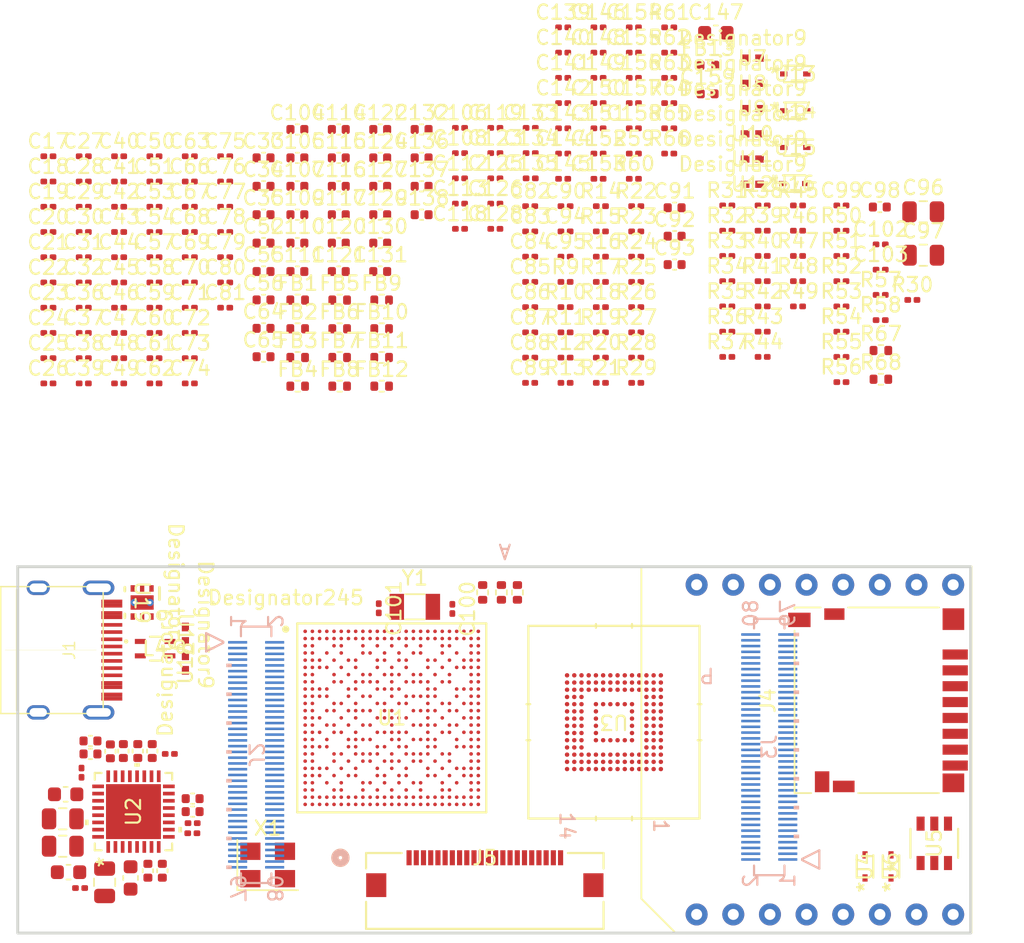
<source format=kicad_pcb>
(kicad_pcb (version 20221018) (generator pcbnew)
  (layers (0 "F.Cu" signal) (31 "B.Cu" signal) (34 "B.Paste" user) (35 "F.Paste" user) (36 "B.SilkS" user "B.Silkscreen") (37 "F.SilkS" user "F.Silkscreen") (38 "B.Mask" user) (39 "F.Mask" user) (44 "Edge.Cuts" user))
  (net 0 "")
  (net 1 "Net-(U2-VDD1P8)")
  (net 2 "VDDA_SYS_MON")
  (net 3 "Net-(U1G-VPP)")
  (net 4 "SD_V_SEL")
  (net 5 "PMIC_LMP_EN0")
  (net 6 "PWR_BTN")
  (net 7 "MCU_PORz")
  (net 8 "EXTINTn")
  (net 9 "WKUP_I2C0_SDA")
  (net 10 "WKUP_I2C0_SCL")
  (net 11 "VDD_3V3_EN")
  (net 12 "RESETSTATz")
  (net 13 "Net-(U1H-CAP_VDDS0)")
  (net 14 "Net-(U1H-CAP_VDDS1)")
  (net 15 "Net-(U1H-CAP_VDDS2)")
  (net 16 "Net-(U1H-CAP_VDDS3)")
  (net 17 "Net-(U1H-CAP_VDDS4)")
  (net 18 "Net-(U1H-CAP_VDDS5)")
  (net 19 "VDD")
  (net 20 "GNDREF")
  (net 22 "Net-(U1H-CAP_VDDS6)")
  (net 23 "Net-(U1G-VDDSHV0-PadF15)")
  (net 24 "Net-(U1H-CAP_VDDS_CANUART)")
  (net 25 "Net-(U1H-CAP_VDDS_MCU)")
  (net 40 "Net-(U1G-VDDSHV1-PadL18)")
  (net 42 "Net-(U1G-VDDSHV3-PadN18)")
  (net 54 "Net-(U1G-VDDSHV2-PadW16)")
  (net 58 "VBUS")
  (net 61 "Net-(U2-LX_B1_1)")
  (net 74 "Net-(U2-LX_B3)")
  (net 76 "Net-(U2-LX_B2)")
  (net 526 "Net-(U5-QOD)")
  (net 527 "Net-(U5-VIN)")
  (net 529 "SD_PWR_EN")
  (net 530 "Net-(J4-VDD)")
  (net 553 "Net-(U18-A)")
  (net 554 "Net-(U17-A)")
  (net 555 "Net-(J1-CC2)")
  (net 556 "Net-(J1-CC1)")
  (net 557 "Net-(R50-Pad2)")
  (net 558 "Net-(C104-Pad1)")
  (net 559 "Net-(C107-Pad1)")
  (net 560 "Net-(C110-Pad1)")
  (net 561 "Net-(C111-Pad1)")
  (net 562 "Net-(C116-Pad1)")
  (net 563 "Net-(C117-Pad1)")
  (net 564 "Net-(C122-Pad1)")
  (net 565 "Net-(C126-Pad1)")
  (net 566 "Net-(C127-Pad1)")
  (net 567 "Net-(C130-Pad1)")
  (net 568 "Net-(C131-Pad1)")
  (net 569 "Net-(C132-Pad1)")
  (net 571 "Net-(C140-Pad2)")
  (net 572 "Net-(C148-Pad2)")
  (net 573 "Net-(C157-Pad1)")
  (net 575 "DDR_CLKP")
  (net 576 "DDR_CLKN")
  (net 577 "DDR_TEN")
  (net 578 "DDR_ALERTn")
  (net 579 "DDR_CKE")
  (net 580 "DDR_RESET#")
  (net 815 "Net-(U1D-WKUP_LFOSC0_XO)")
  (net 816 "Net-(U1D-WKUP_LFOSC0_XI)")
  (footprint "Capacitor_SMD:C_0201_0603Metric" (layer "F.Cu") (at 144.645 62.31849)
    (fp_text reference "C95")
    (fp_text value "100nF")
  )
  (footprint "Resistor_SMD:R_0201_0603Metric" (layer "F.Cu") (at 118.8 101.6 180)
    (fp_text reference "R4" hide)
    (fp_text value "10K" hide)
  )
  (footprint "Capacitor_SMD:C_0201_0603Metric" (layer "F.Cu") (at 149.38 49.92)
    (fp_text reference "C156")
    (fp_text value "100nF")
  )
  (footprint "Resistor_SMD:R_0201_0603Metric" (layer "F.Cu") (at 158.305 60.51849)
    (fp_text reference "R39")
    (fp_text value "10K")
  )
  (footprint "Resistor_SMD:R_0402_1005Metric" (layer "F.Cu") (at 140.2 85.6 90)
    (fp_text reference "R1" hide)
    (fp_text value "100K" hide)
  )
  (footprint "Capacitor_SMD:C_0201_0603Metric" (layer "F.Cu") (at 116.1555 71.10781)
    (fp_text reference "C62")
    (fp_text value "100nF")
  )
  (footprint "Capacitor_SMD:C_0201_0603Metric" (layer "F.Cu") (at 111.2555 69.35781)
    (fp_text reference "C38")
    (fp_text value "100nF")
  )
  (footprint "Capacitor_SMD:C_0402_1005Metric" (layer "F.Cu") (at 126.06 55.47)
    (fp_text reference "C105")
    (fp_text value "4.7uF")
  )
  (footprint "Resistor_SMD:R_0201_0603Metric" (layer "F.Cu") (at 149.545 60.56849)
    (fp_text reference "R23")
    (fp_text value "10K")
  )
  (footprint "TPD1E10B09DPYR:DPY0002A" (layer "F.Cu") (at 157.59 57.300008)
    (fp_text reference "U12")
    (fp_text value "TPD1E10B09DPYR")
  )
  (footprint "Capacitor_SMD:C_0201_0603Metric" (layer "F.Cu") (at 113.7055 71.10781)
    (fp_text reference "C49")
    (fp_text value "100nF")
  )
  (footprint "Capacitor_SMD:C_0402_1005Metric" (layer "F.Cu") (at 131.8 55.47)
    (fp_text reference "C124")
    (fp_text value "10nF")
  )
  (footprint "Capacitor_SMD:C_0402_1005Metric" (layer "F.Cu") (at 115.7 104.9 -90)
    (fp_text reference "C1" hide)
    (fp_text value "2.2uF" hide)
  )
  (footprint "Capacitor_SMD:C_0201_0603Metric" (layer "F.Cu") (at 111.2555 58.85781)
    (fp_text reference "C29")
    (fp_text value "100nF")
  )
  (footprint "Resistor_SMD:R_0201_0603Metric" (layer "F.Cu") (at 160.755 58.76849)
    (fp_text reference "R45")
    (fp_text value "10K")
  )
  (footprint "Resistor_SMD:R_0201_0603Metric" (layer "F.Cu") (at 163.765 60.51849)
    (fp_text reference "R50")
    (fp_text value "10K")
  )
  (footprint "Resistor_SMD:R_0402_1005Metric" (layer "F.Cu") (at 128.99 65.33)
    (fp_text reference "FB5")
    (fp_text value "120R 1.3A")
  )
  (footprint "Capacitor_SMD:C_0201_0603Metric" (layer "F.Cu") (at 142.23 53.39)
    (fp_text reference "C133")
    (fp_text value "100nF")
  )
  (footprint "Resistor_SMD:R_0201_0603Metric" (layer "F.Cu") (at 163.765 62.26849)
    (fp_text reference "R51")
    (fp_text value "20K")
  )
  (footprint "Capacitor_SMD:C_0201_0603Metric" (layer "F.Cu") (at 111.2555 57.10781)
    (fp_text reference "C28")
    (fp_text value "100nF")
  )
  (footprint "RB520S30T1G:SOD-523_0P9X1P3_ONS" (layer "F.Cu") (at 160.564202 54.748494)
    (fp_text reference "U15")
    (fp_text value "RB520S30T1G")
  )
  (footprint "Resistor_SMD:R_0402_1005Metric" (layer "F.Cu") (at 138.9 85.6 90)
    (fp_text reference "R3" hide)
    (fp_text value "100K" hide)
  )
  (footprint "Capacitor_SMD:C_0201_0603Metric" (layer "F.Cu") (at 108.8055 69.35781)
    (fp_text reference "C25")
    (fp_text value "100nF")
  )
  (footprint "Capacitor_SMD:C_0201_0603Metric" (layer "F.Cu") (at 144.645 58.81849)
    (fp_text reference "C90")
    (fp_text value "100nF")
  )
  (footprint "Capacitor_SMD:C_0201_0603Metric" (layer "F.Cu") (at 146.93 49.92)
    (fp_text reference "C149")
    (fp_text value "100nF")
  )
  (footprint "Resistor_SMD:R_0201_0603Metric" (layer "F.Cu") (at 149.545 71.06849)
    (fp_text reference "R29")
    (fp_text value "470K")
  )
  (footprint "Capacitor_SMD:C_0402_1005Metric" (layer "F.Cu") (at 123.7155 67.28781)
    (fp_text reference "C64")
    (fp_text value "10uF")
  )
  (footprint "Capacitor_SMD:C_0402_1005Metric" (layer "F.Cu") (at 111.72 95.9 180)
    (fp_text reference "C8" hide)
    (fp_text value "2.2uF" hide)
  )
  (footprint "Resistor_SMD:R_0201_0603Metric" (layer "F.Cu") (at 144.645 69.31849)
    (fp_text reference "R12")
    (fp_text value "47K")
  )
  (footprint "Resistor_SMD:R_0201_0603Metric" (layer "F.Cu") (at 168.68 65.31849)
    (fp_text reference "R30")
    (fp_text value "10K")
  )
  (footprint "Resistor_SMD:R_0201_0603Metric" (layer "F.Cu") (at 155.855 58.76849)
    (fp_text reference "R31")
    (fp_text value "10K")
  )
  (footprint "Capacitor_SMD:C_0402_1005Metric" (layer "F.Cu") (at 118.8 99.9)
    (fp_text reference "C7" hide)
    (fp_text value "2.2uF" hide)
  )
  (footprint "Capacitor_SMD:C_0201_0603Metric" (layer "F.Cu") (at 116.1555 62.35781)
    (fp_text reference "C57")
    (fp_text value "1uF")
  )
  (footprint "Resistor_SMD:R_0201_0603Metric" (layer "F.Cu") (at 158.305 67.51849)
    (fp_text reference "R43")
    (fp_text value "10K")
  )
  (footprint "Resistor_SMD:R_0201_0603Metric" (layer "F.Cu") (at 155.855 65.76849)
    (fp_text reference "R35")
    (fp_text value "10K")
  )
  (footprint "Resistor_SMD:R_0201_0603Metric" (layer "F.Cu") (at 155.855 69.26849)
    (fp_text reference "R37")
    (fp_text value "10K")
  )
  (footprint "Resistor_SMD:R_0201_0603Metric" (layer "F.Cu") (at 147.095 64.06849)
    (fp_text reference "R17")
    (fp_text value "47K")
  )
  (footprint "Capacitor_SMD:C_0201_0603Metric" (layer "F.Cu") (at 113.7055 57.10781)
    (fp_text reference "C41")
    (fp_text value "100nF")
  )
  (footprint "Resistor_SMD:R_0201_0603Metric" (layer "F.Cu") (at 149.545 69.31849)
    (fp_text reference "R28")
    (fp_text value "0R")
  )
  (footprint "Capacitor_SMD:C_0201_0603Metric" (layer "F.Cu") (at 116.1555 64.10781)
    (fp_text reference "C58")
    (fp_text value "100nF")
  )
  (footprint "Capacitor_SMD:C_0201_0603Metric" (layer "F.Cu") (at 118.6055 69.35781)
    (fp_text reference "C73")
    (fp_text value "1uF")
  )
  (footprint "Capacitor_SMD:C_0201_0603Metric" (layer "F.Cu") (at 118.6055 60.60781)
    (fp_text reference "C68")
    (fp_text value "100nF")
  )
  (footprint "Capacitor_SMD:C_0201_0603Metric" (layer "F.Cu") (at 146.93 51.67)
    (fp_text reference "C150")
    (fp_text value "100nF")
  )
  (footprint "Capacitor_SMD:C_0201_0603Metric" (layer "F.Cu") (at 108.8055 55.35781)
    (fp_text reference "C17")
    (fp_text value "100nF")
  )
  (footprint "Capacitor_SMD:C_0201_0603Metric" (layer "F.Cu") (at 144.48 48.17)
    (fp_text reference "C140")
    (fp_text value "100nF")
  )
  (footprint "Capacitor_SMD:C_0201_0603Metric" (layer "F.Cu") (at 113.7055 55.35781)
    (fp_text reference "C40")
    (fp_text value "100nF")
  )
  (footprint "Capacitor_SMD:C_0201_0603Metric" (layer "F.Cu") (at 111.2555 64.10781)
    (fp_text reference "C32")
    (fp_text value "1uF")
  )
  (footprint "Resistor_SMD:R_0402_1005Metric" (layer "F.Cu") (at 126.08 71.3)
    (fp_text reference "FB4")
    (fp_text value "120R 1.3A")
  )
  (footprint "Capacitor_SMD:C_0402_1005Metric" (layer "F.Cu") (at 152.205 60.89849)
    (fp_text reference "C92")
    (fp_text value "4.7uF")
  )
  (footprint "Capacitor_SMD:C_0402_1005Metric" (layer "F.Cu") (at 134.67 55.47)
    (fp_text reference "C136")
    (fp_text value "10nF")
  )
  (footprint "RB520S30T1G:SOD-523_0P9X1P3_ONS" (layer "F.Cu") (at 160.564202 52.199094)
    (fp_text reference "U14")
    (fp_text value "RB520S30T1G")
  )
  (footprint "Capacitor_SMD:C_0201_0603Metric" (layer "F.Cu") (at 137.33 56.89)
    (fp_text reference "C112")
    (fp_text value "100nF")
  )
  (footprint "Capacitor_SMD:C_0201_0603Metric" (layer "F.Cu") (at 142.195 62.31849)
    (fp_text reference "C84")
    (fp_text value "100nF")
  )
  (footprint "Capacitor_SMD:C_0201_0603Metric" (layer "F.Cu") (at 142.195 65.81849)
    (fp_text reference "C86")
    (fp_text value "100nF")
  )
  (footprint "Capacitor_SMD:C_0201_0603Metric" (layer "F.Cu") (at 113.7055 65.85781)
    (fp_text reference "C46")
    (fp_text value "100nF")
  )
  (footprint "Capacitor_SMD:C_0201_0603Metric" (layer "F.Cu") (at 111.2555 71.10781)
    (fp_text reference "C39")
    (fp_text value "100nF")
  )
  (footprint "Capacitor_SMD:C_0201_0603Metric" (layer "F.Cu") (at 144.645 60.56849)
    (fp_text reference "C94")
    (fp_text value "100nF")
  )
  (footprint "Capacitor_SMD:C_0402_1005Metric" (layer "F.Cu") (at 134.67 53.5)
    (fp_text reference "C132")
    (fp_text value "4.7uF")
  )
  (footprint "Capacitor_SMD:C_0402_1005Metric" (layer "F.Cu") (at 128.93 55.47)
    (fp_text reference "C115")
    (fp_text value "10nF")
  )
  (footprint "Capacitor_SMD:C_0201_0603Metric" (layer "F.Cu") (at 116.1555 67.60781)
    (fp_text reference "C60")
    (fp_text value "100nF")
  )
  (footprint "Capacitor_SMD:C_0201_0603Metric" (layer "F.Cu") (at 108.8055 57.10781)
    (fp_text reference "C18")
    (fp_text value "100nF")
  )
  (footprint "TiEmber:VQFN32_RHB_TEX" (layer "F.Cu") (at 114.7 100.8 90)
    (fp_text reference "U2")
    (fp_text value "TPS6521901RHBR" hide)
  )
  (footprint "Resistor_SMD:R_0201_0603Metric" (layer "F.Cu") (at 144.645 67.56849)
    (fp_text reference "R11")
    (fp_text value "47K")
  )
  (footprint "Capacitor_SMD:C_0201_0603Metric" (layer "F.Cu") (at 111.2555 67.60781)
    (fp_text reference "C37")
    (fp_text value "100nF")
  )
  (footprint "Capacitor_SMD:C_0402_1005Metric" (layer "F.Cu") (at 152.205 62.86849)
    (fp_text reference "C93")
    (fp_text value "4.7uF")
  )
  (footprint "Resistor_SMD:R_0201_0603Metric" (layer "F.Cu") (at 147.095 62.31849)
    (fp_text reference "R16")
    (fp_text value "47K")
  )
  (footprint "Resistor_SMD:R_0402_1005Metric" (layer "F.Cu") (at 128.99 67.32)
    (fp_text reference "FB6")
    (fp_text value "120R 1.3A")
  )
  (footprint "TPS22918DBVR:DBV6_TEX" (layer "F.Cu") (at 170.2 103 90)
    (fp_text reference "U5")
    (fp_text value "TPS22918DBVR")
  )
  (footprint "Capacitor_SMD:C_0201_0603Metric" (layer "F.Cu") (at 116.1555 58.85781)
    (fp_text reference "C53")
    (fp_text value "1uF")
  )
  (footprint "Resistor_SMD:R_0201_0603Metric" (layer "F.Cu") (at 163.765 71.01849)
    (fp_text reference "R56")
    (fp_text value "499R")
  )
  (footprint "Capacitor_SMD:C_0201_0603Metric" (layer "F.Cu") (at 142.195 69.31849)
    (fp_text reference "C88")
    (fp_text value "100nF")
  )
  (footprint "Resistor_SMD:R_0201_0603Metric" (layer "F.Cu") (at 151.83 48.17)
    (fp_text reference "R62")
    (fp_text value "33R")
  )
  (footprint "Capacitor_SMD:C_0201_0603Metric" (layer "F.Cu") (at 166.485 61.46849)
    (fp_text reference "C102")
    (fp_text value "8pF")
  )
  (footprint "Capacitor_SMD:C_0201_0603Metric" (layer "F.Cu") (at 113.7055 64.10781)
    (fp_text reference "C45")
    (fp_text value "100nF")
  )
  (footprint "TPD1E10B09DPYR:DPY0002A" (layer "F.Cu") (at 157.59 52.049996)
    (fp_text reference "U9")
    (fp_text value "TPD1E10B09DPYR")
  )
  (footprint "Resistor_SMD:R_0201_0603Metric" (layer "F.Cu") (at 147.095 71.06849)
    (fp_text reference "R21")
    (fp_text value "47K")
  )
  (footprint "Capacitor_SMD:C_0402_1005Metric" (layer "F.Cu") (at 111.72 96.8 180)
    (fp_text reference "C4" hide)
    (fp_text value "2.2uF" hide)
  )
  (footprint "footprints:VFBGA153_ISI-M" (layer "F.Cu") (at 148 94.6 180)
    (fp_text reference "U3")
    (fp_text value "IS21ES08G-JCLI")
  )
  (footprint "Connector_Card:microSD_HC_Hirose_DM3D-SF" (layer "F.Cu") (at 166.3 93.08 90)
    (fp_text reference "J4")
    (fp_text value "Micro_SD_Card_Det2" hide)
  )
  (footprint "Capacitor_SMD:C_0402_1005Metric" (layer "F.Cu") (at 154.49 51.03)
    (fp_text reference "C159")
    (fp_text value "2.2uF")
  )
  (footprint "Capacitor_SMD:C_0201_0603Metric" (layer "F.Cu") (at 118.6055 58.85781)
    (fp_text reference "C67")
    (fp_text value "100nF")
  )
  (footprint "PICSI:CONN_54548-2271_MOL" (layer "F.Cu") (at 139.050001 106.3019)
    (fp_text reference "J5")
    (fp_text value "22pin CSI")
  )
  (footprint "Resistor_SMD:R_0201_0603Metric" (layer "F.Cu") (at 163.765 69.26849)
    (fp_text reference "R55")
    (fp_text value "5.1K")
  )
  (footprint "Capacitor_SMD:C_0402_1005Metric" (layer "F.Cu") (at 123.7155 61.37781)
    (fp_text reference "C52")
    (fp_text value "4.7uF")
  )
  (footprint "RB520S30T1G:SOD-523_0P9X1P3_ONS" (layer "F.Cu") (at 167.2 104.6 90)
    (fp_text reference "U6")
    (fp_text value "RB520S30T1G")
  )
  (footprint "Capacitor_SMD:C_0603_1608Metric" (layer "F.Cu") (at 110 99.6 180)
    (fp_text reference "C9" hide)
    (fp_text value "10uF" hide)
  )
  (footprint "Resistor_SMD:R_0201_0603Metric" (layer "F.Cu") (at 166.485 64.96849)
    (fp_text reference "R57")
    (fp_text value "10K")
  )
  (footprint "Capacitor_SMD:C_0402_1005Metric" (layer "F.Cu") (at 126.06 59.41)
    (fp_text reference "C109")
    (fp_text value "10nF")
  )
  (footprint "Capacitor_SMD:C_0201_0603Metric" (layer "F.Cu") (at 108.8055 64.10781)
    (fp_text reference "C22")
    (fp_text value "100nF")
  )
  (footprint "Capacitor_SMD:C_0402_1005Metric" (layer "F.Cu") (at 126.06 61.38)
    (fp_text reference "C110")
    (fp_text value "4.7uF")
  )
  (footprint "Crystal:Crystal_SMD_3215-2Pin_3.2x1.5mm" (layer "F.Cu") (at 134.2 86.6)
    (fp_text reference "Y1")
    (fp_text value "32.768kHz")
  )
  (footprint "Resistor_SMD:R_0402_1005Metric" (layer "F.Cu") (at 166.5 70.81849)
    (fp_text reference "R68")
    (fp_text value "2.2K")
  )
  (footprint "Resistor_SMD:R_0201_0603Metric" (layer "F.Cu") (at 147.095 60.56849)
    (fp_text reference "R15")
    (fp_text value "47K")
  )
  (footprint "Capacitor_SMD:C_0201_0603Metric" (layer "F.Cu") (at 118.6055 67.60781)
    (fp_text reference "C72")
    (fp_text value "100nF")
  )
  (footprint "Capacitor_SMD:C_0201_0603Metric" (layer "F.Cu") (at 139.78 55.14)
    (fp_text reference "C123")
    (fp_text value "100nF")
  )
  (footprint "Capacitor_SMD:C_0201_0603Metric" (layer "F.Cu") (at 113.7055 69.35781)
    (fp_text reference "C48")
    (fp_text value "100nF")
  )
  (footprint "Resistor_SMD:R_0201_0603Metric" (layer "F.Cu") (at 158.305 64.01849)
    (fp_text reference "R41")
    (fp_text value "10K")
  )
  (footprint "Resistor_SMD:R_0201_0603Metric" (layer "F.Cu") (at 149.545 65.81849)
    (fp_text reference "R26")
    (fp_text value "10K")
  )
  (footprint "Capacitor_SMD:C_0603_1608Metric" (layer "F.Cu") (at 155.06 46.8)
    (fp_text reference "C147")
    (fp_text value "22uF")
  )
  (footprint "Capacitor_SMD:C_0201_0603Metric" (layer "F.Cu") (at 139.78 56.89)
    (fp_text reference "C125")
    (fp_text value "100nF")
  )
  (footprint "Capacitor_SMD:C_0201_0603Metric" (layer "F.Cu") (at 142.19 71.06849)
    (fp_text reference "C89")
    (fp_text value "100nF")
  )
  (footprint "Capacitor_SMD:C_0201_0603Metric" (layer "F.Cu") (at 108.8055 58.85781)
    (fp_text reference "C19")
    (fp_text value "100nF")
  )
  (footprint "Capacitor_SMD:C_0201_0603Metric" (layer "F.Cu") (at 146.93 46.42)
    (fp_text reference "C146")
    (fp_text value "100nF")
  )
  (footprint "Capacitor_SMD:C_0201_0603Metric" (layer "F.Cu") (at 121.0555 64.10781)
    (fp_text reference "C80")
    (fp_text value "1uF")
  )
  (footprint "Resistor_SMD:R_0402_1005Metric" (layer "F.Cu") (at 126.08 65.33)
    (fp_text reference "FB1")
    (fp_text value "120R 1.3A")
  )
  (footprint "Capacitor_SMD:C_0402_1005Metric" (layer "F.Cu") (at 123.7155 57.43781)
    (fp_text reference "C34")
    (fp_text value "10uF")
  )
  (footprint "Resistor_SMD:R_0402_1005Metric" (layer "F.Cu") (at 131.9 67.32)
    (fp_text reference "FB10")
    (fp_text value "120R 1.3A")
  )
  (footprint "Capacitor_SMD:C_0805_2012Metric" (layer "F.Cu") (at 169.435 59.20849)
    (fp_text reference "C96")
    (fp_text value "22uF")
  )
  (footprint "Capacitor_SMD:C_0201_0603Metric" (layer "F.Cu") (at 144.48 46.42)
    (fp_text reference "C139")
    (fp_text value "100nF")
  )
  (footprint "Capacitor_SMD:C_0402_1005Metric" (layer "F.Cu") (at 128.93 59.41)
    (fp_text reference "C117")
    (fp_text value "4.7uF")
  )
  (footprint "Capacitor_SMD:C_0402_1005Metric" (layer "F.Cu") (at 131.8 61.38)
    (fp_text reference "C130")
    (fp_text value "4.7uF")
  )
  (footprint "Resistor_SMD:R_0201_0603Metric" (layer "F.Cu") (at 149.545 58.81849)
    (fp_text reference "R22")
    (fp_text value "47K")
  )
  (footprint "Capacitor_SMD:C_0201_0603Metric" (layer "F.Cu") (at 118.6055 62.35781)
    (fp_text reference "C69")
    (fp_text value "100nF")
  )
  (footprint "Resistor_SMD:R_0201_0603Metric" (layer "F.Cu") (at 163.765 65.76849)
    (fp_text reference "R53")
    (fp_text value "499R")
  )
  (footprint "Resistor_SMD:R_0201_0603Metric" (layer "F.Cu") (at 111 106.1)
    (fp_text reference "R5" hide)
    (fp_text value "10K" hide)
  )
  (footprint "Capacitor_SMD:C_0201_0603Metric" (layer "F.Cu") (at 142.195 64.06849)
    (fp_text reference "C85")
    (fp_text value "100nF")
  )
  (footprint "Resistor_SMD:R_0402_1005Metric" (layer "F.Cu") (at 128.99 69.31)
    (fp_text reference "FB7")
    (fp_text value "120R 1.3A")
  )
  (footprint "Resistor_SMD:R_0201_0603Metric" (layer "F.Cu") (at 151.83 55.17)
    (fp_text reference "R66")
    (fp_text value "DNP")
  )
  (footprint "Resistor_SMD:R_0201_0603Metric" (layer "F.Cu") (at 158.305 58.76849)
    (fp_text reference "R38")
    (fp_text value "10K")
  )
  (footprint "Capacitor_SMD:C_0201_0603Metric" (layer "F.Cu") (at 118.6055 71.10781)
    (fp_text reference "C74")
    (fp_text value "1uF")
  )
  (footprint "Capacitor_SMD:C_0201_0603Metric" (layer "F.Cu") (at 149.38 53.42)
    (fp_text reference "C158")
    (fp_text value "100nF")
  )
  (footprint "Resistor_SMD:R_0201_0603Metric" (layer "F.Cu") (at 166.485 66.71849)
    (fp_text reference "R58")
    (fp_text value "10K")
  )
  (footprint "TPD1E10B09DPYR:DPY0002A" (layer "F.Cu") (at 157.59 50.299992)
    (fp_text reference "U8")
    (fp_text value "TPD1E10B09DPYR")
  )
  (footprint "Capacitor_SMD:C_0402_1005Metric" (layer "F.Cu") (at 134.67 57.44)
    (fp_text reference "C137")
    (fp_text value "10nF")
  )
  (footprint "Capacitor_SMD:C_0201_0603Metric" (layer "F.Cu") (at 116.1555 69.35781)
    (fp_text reference "C61")
    (fp_text value "100nF")
  )
  (footprint "DLW21SN900HQ2L:IND_DLW21S_0805_MUR" (layer "F.Cu") (at 116.2 89.5)
    (fp_text reference "L4")
    (fp_text value "DLW21SN900HQ2L")
  )
  (footprint "Capacitor_SMD:C_0402_1005Metric" (layer "F.Cu") (at 123.7155 59.40781)
    (fp_text reference "C35")
    (fp_text value "4.7uF")
  )
  (footprint "Capacitor_SMD:C_0603_1608Metric" (layer "F.Cu") (at 110.2 105 180)
    (fp_text reference "C6" hide)
    (fp_text value "10uF" hide)
  )
  (footprint "Capacitor_SMD:C_0402_1005Metric" (layer "F.Cu") (at 131.8 63.35)
    (fp_text reference "C131")
    (fp_text value "4.7uF")
  )
  (footprint "Capacitor_SMD:C_0201_0603Metric" (layer "F.Cu") (at 121.0555 60.60781)
    (fp_text reference "C78")
    (fp_text value "1uF")
  )
  (footprint "Resistor_SMD:R_0201_0603Metric" (layer "F.Cu") (at 163.765 67.51849)
    (fp_text reference "R54")
    (fp_text value "5.1K")
  )
  (footprint "Capacitor_SMD:C_0201_0603Metric" (layer "F.Cu") (at 146.93 55.17)
    (fp_text reference "C152")
    (fp_text value "100nF")
  )
  (footprint "Capacitor_SMD:C_0201_0603Metric" (layer "F.Cu") (at 137.33 55.14)
    (fp_text reference "C108")
    (fp_text value "100nF")
  )
  (footprint "TiEmber:ALW0425A-MFG" (layer "F.Cu") (at 132.600001 94.3)
    (fp_text reference "U1")
    (fp_text value "XAM6254ATCGGAALW")
  )
  (footprint "Resistor_SMD:R_0402_1005Metric" (layer "F.Cu") (at 166.5 68.82849)
    (fp_text reference "R67")
    (fp_text value "DNP")
  )
  (footprint "TPD1E10B09DPYR:DPY0002A" (layer "F.Cu") (at 118.3 88.499999 -90)
    (fp_text reference "U17")
    (fp_text value "TPD1E10B09DPYR")
  )
  (footprint "Resistor_SMD:R_0201_0603Metric" (layer "F.Cu") (at 144.645 64.06849)
    (fp_text reference "R9")
    (fp_text value "47K")
  )
  (footprint "Capacitor_SMD:C_0201_0603Metric" (layer "F.Cu") (at 111.2555 62.35781)
    (fp_text reference "C31")
    (fp_text value "100nF")
  )
  (footprint "TVS0500DRVR:DRV0006A" (layer "F.Cu") (at 115.3 86.3 -90)
    (fp_text reference "U19")
    (fp_text value "TVS0500DRVR")
  )
  (footprint "Capacitor_SMD:C_0402_1005Metric" (layer "F.Cu") (at 128.93 61.38)
    (fp_text reference "C120")
    (fp_text value "10nF")
  )
  (footprint "MkroBUS:MkroBUS TH" (layer "F.Cu") (at 149.9 83.8 -90)
    (fp_text reference "J6" hide)
    (fp_text value "MikroBUS_TH")
  )
  (footprint "Resistor_SMD:R_0201_0603Metric" (layer "F.Cu") (at 147.095 69.31849)
    (fp_text reference "R20")
    (fp_text value "0R")
  )
  (footprint "Capacitor_SMD:C_0402_1005Metric" (layer "F.Cu") (at 113.1 96.62 90)
    (fp_text reference "C16" hide)
    (fp_text value "2.2uF" hide)
  )
  (footprint "Resistor_SMD:R_0201_0603Metric" (layer "F.Cu") (at 160.755 64.01849)
    (fp_text reference "R48")
    (fp_text value "1K")
  )
  (footprint "Resistor_SMD:R_0402_1005Metric" (layer "F.Cu") (at 128.99 71.3)
    (fp_text reference "FB8")
    (fp_text value "120R 1.3A")
  )
  (footprint "RB520S30T1G:SOD-523_0P9X1P3_ONS" (layer "F.Cu") (at 160.564202 49.649694)
    (fp_text reference "U13")
    (fp_text value "RB520S30T1G")
  )
  (footprint "Resistor_SMD:R_0201_0603Metric" (layer "F.Cu") (at 151.83 53.42)
    (fp_text reference "R65")
    (fp_text value "1K")
  )
  (footprint "Resistor_SMD:R_0201_0603Metric" (layer "F.Cu") (at 147.095 58.81849)
    (fp_text reference "R14")
    (fp_text value "47K")
  )
  (footprint "Oscillator:Oscillator_SMD_SeikoEpson_SG8002CE-4Pin_3.2x2.5mm" (layer "F.Cu") (at 124 104.5)
    (fp_text reference "X1")
    (fp_text value "25Mhz")
  )
  (footprint "Capacitor_SMD:C_0201_0603Metric" (layer "F.Cu") (at 142.23 56.89)
    (fp_text reference "C135")
    (fp_text value "100nF")
  )
  (footprint "Resistor_SMD:R_0201_0603Metric" (layer "F.Cu") (at 117.22 96.8 180)
    (fp_text reference "R7" hide)
    (fp_text value "10K" hide)
  )
  (footprint "Capacitor_SMD:C_0201_0603Metric" (layer "F.Cu") (at 139.78 53.39)
    (fp_text reference "C119")
    (fp_text value "100nF")
  )
  (footprint "Capacitor_SMD:C_0201_0603Metric" (layer "F.Cu") (at 116.1555 57.10781)
    (fp_text reference "C51")
    (fp_text value "100nF")
  )
  (footprint "Capacitor_SMD:C_0201_0603Metric" (layer "F.Cu") (at 144.48 55.17)
    (fp_text reference "C144")
    (fp_text value "100nF")
  )
  (footprint "Capacitor_SMD:C_0402_1005Metric" (layer "F.Cu") (at 131.8 57.44)
    (fp_text reference "C127")
    (fp_text value "4.7uF")
  )
  (footprint "Capacitor_SMD:C_0805_2012Metric" (layer "F.Cu") (at 109.8 101.3 180)
    (fp_text reference "C15" hide)
    (fp_text value "47uF" hide)
  )
  (footprint "Capacitor_SMD:C_0402_1005Metric" (layer "F.Cu") (at 128.93 53.5)
    (fp_text reference "C114")
    (fp_text value "10nF")
  )
  (footprint "Resistor_SMD:R_0201_0603Metric" (layer "F.Cu") (at 163.765 64.01849)
    (fp_text reference "R52")
    (fp_text value "499R")
  )
  (footprint "Capacitor_SMD:C_0201_0603Metric" (layer "F.Cu") (at 144.48 49.92)
    (fp_text reference "C141")
    (fp_text value "100nF")
  )
  (footprint "Capacitor_SMD:C_0402_1005Metric" (layer "F.Cu") (at 118.8 100.8)
    (fp_text reference "C3" hide)
    (fp_text value "2.2uF" hide)
  )
  (footprint "Capacitor_SMD:C_0201_0603Metric" (layer "F.Cu") (at 137.33 58.64)
    (fp_text reference "C113")
    (fp_text value "100nF")
  )
  (footprint "Capacitor_SMD:C_0201_0603Metric" (layer "F.Cu") (at 121.0555 57.10781)
    (fp_text reference "C76")
    (fp_text value "1uF")
  )
  (footprint "Capacitor_SMD:C_0402_1005Metric" (layer "F.Cu") (at 123.7155 63.34781)
    (fp_text reference "C55")
    (fp_text value "10uF")
  )
  (footprint "Capacitor_SMD:C_0201_0603Metric" (layer "F.Cu") (at 139.78 60.39)
    (fp_text reference "C128")
    (fp_text value "100nF")
  )
  (footprint "Capacitor_SMD:C_0201_0603Metric" (layer "F.Cu") (at 116.1555 55.35781)
    (fp_text reference "C50")
    (fp_text value "100nF")
  )
  (footprint "Capacitor_SMD:C_0201_0603Metric" (layer "F.Cu") (at 108.8055 62.35781)
    (fp_text reference "C21")
    (fp_text value "100nF")
  )
  (footprint "Capacitor_SMD:C_0201_0603Metric" (layer "F.Cu") (at 137.33 53.39)
    (fp_text reference "C106")
    (fp_text value "100nF")
  )
  (footprint "Capacitor_SMD:C_0402_1005Metric" (layer "F.Cu") (at 115 96.6 90)
    (fp_text reference "C2" hide)
    (fp_text value "2.2uF" hide)
  )
  (footprint "Capacitor_SMD:C_0402_1005Metric" (layer "F.Cu") (at 123.7155 65.31781)
    (fp_text reference "C56")
    (fp_text value "4.7uF")
  )
  (footprint "Capacitor_SMD:C_0201_0603Metric" (layer "F.Cu") (at 144.48 53.42)
    (fp_text reference "C143")
    (fp_text value "100nF")
  )
  (footprint "Resistor_SMD:R_0402_1005Metric" (layer "F.Cu") (at 141.31 85.6 90)
    (fp_text reference "R2" hide)
    (fp_text value "15K" hide)
  )
  (footprint "Capacitor_SMD:C_0402_1005Metric" (layer "F.Cu") (at 123.7155 55.46781)
    (fp_text reference "C33")
    (fp_text value "4.7uF")
  )
  (footprint "Capacitor_SMD:C_0402_1005Metric" (layer "F.Cu") (at 126.06 57.44)
    (fp_text reference "C107")
    (fp_text value "4.7uF")
  )
  (footprint "Capacitor_SMD:C_0201_0603Metric" (layer "F.Cu") (at 121.0555 58.85781)
    (fp_text reference "C77")
    (fp_text value "1uF")
  )
  (footprint "Resistor_SMD:R_0201_0603Metric" (layer "F.Cu") (at 118.78 102.3 180)
    (fp_text reference "R8" hide)
    (fp_text value "10K" hide)
  )
  (footprint "Capacitor_SMD:C_0201_0603Metric" (layer "F.Cu") (at 113.7055 60.60781)
    (fp_text reference "C43")
    (fp_text value "100nF")
  )
  (footprint "Capacitor_SMD:C_0201_0603Metric" (layer "F.Cu") (at 144.48 56.92)
    (fp_text reference "C145")
    (fp_text value "100nF")
  )
  (footprint "Capacitor_SMD:C_0201_0603Metric" (layer "F.Cu") (at 149.38 51.67)
    (fp_text reference "C157")
    (fp_text value "100nF")
  )
  (footprint "Resistor_SMD:R_0201_0603Metric" (layer "F.Cu") (at 155.855 62.26849)
    (fp_text reference "R33")
    (fp_text value "10K")
  )
  (footprint "Capacitor_SMD:C_0402_1005Metric" (layer "F.Cu") (at 126.06 63.35)
    (fp_text reference "C111")
    (fp_text value "4.7uF")
  )
  (footprint "Resistor_SMD:R_0201_0603Metric" (layer "F.Cu") (at 158.305 69.26849)
    (fp_text reference "R44")
    (fp_text value "10K")
  )
  (footprint "Capacitor_SMD:C_0402_1005Metric" (layer "F.Cu") (at 126.06 53.5)
    (fp_text reference "C104")
    (fp_text value "10nF")
  )
  (footprint "Capacitor_SMD:C_0402_1005Metric" (layer "F.Cu") (at 114 96.6 90)
    (fp_text reference "C14" hide)
    (fp_text value "2.2uF" hide)
  )
  (footprint "TPD1E10B09DPYR:DPY0002A" (layer "F.Cu") (at 157.59 53.8)
    (fp_text reference "U10")
    (fp_text value "TPD1E10B09DPYR")
  )
  (footprint "Capacitor_SMD:C_0201_0603Metric" (layer "F.Cu") (at 146.93 48.17)
    (fp_text reference "C148")
    (fp_text value "10nF")
  )
  (footprint "Capacitor_SMD:C_0201_0603Metric" (layer "F.Cu") (at 121.0555 62.35781)
    (fp_text reference "C79")
    (fp_text value "1uF")
  )
  (footprint "TPD1E10B09DPYR:DPY0002A" (layer "F.Cu") (at 118.3 90.5 90)
    (fp_text reference "U18")
    (fp_text value "TPD1E10B09DPYR")
  )
  (footprint "Resistor_SMD:R_0201_0603Metric" (layer "F.Cu") (at 155.855 67.51849)
    (fp_text reference "R36")
    (fp_text value "10K")
  )
  (footprint "Capacitor_SMD:C_0201_0603Metric" (layer "F.Cu") (at 144.48 51.67)
    (fp_text reference "C142")
    (fp_text value "100nF")
  )
  (footprint "RB520S30T1G:SOD-523_0P9X1P3_ONS" (layer "F.Cu") (at 165.4 104.6 90)
    (fp_text reference "U4")
    (fp_text value "RB520S30T1G")
  )
  (footprint "Capacitor_SMD:C_0402_1005Metric" (layer "F.Cu") (at 116 96.6 90)
    (fp_text reference "C11" hide)
    (fp_text value "2.2uF" hide)
  )
  (footprint "Capacitor_SMD:C_0201_0603Metric" (layer "F.Cu") (at 108.8055 71.10781)
    (fp_text reference "C26")
    (fp_text value "100nF")
  )
  (footprint "Resistor_SMD:R_0402_1005Metric" (layer "F.Cu") (at 154.51 49.05)
    (fp_text reference "FB13")
    (fp_text value "120R 1.3A")
  )
  (footprint "Resistor_SMD:R_0201_0603Metric" (layer "F.Cu") (at 160.755 65.76849)
    (fp_text reference "R49")
    (fp_text value "1K")
  )
  (footprint "Capacitor_SMD:C_0402_1005Metric" (layer "F.Cu") (at 134.67 59.41)
    (fp_text reference "C138")
    (fp_text value "10nF")
  )
  (footprint "Capacitor_SMD:C_0402_1005Metric" (layer "F.Cu") (at 116.7 104.9 -90)
    (fp_text reference "C10" hide)
    (fp_text value "2.2uF" hide)
  )
  (footprint "Capacitor_SMD:C_0201_0603Metric" (layer "F.Cu") (at 149.38 46.42)
    (fp_text reference "C154")
    (fp_text value "100nF")
  )
  (footprint "Capacitor_SMD:C_0402_1005Metric" (layer "F.Cu") (at 128.93 57.44)
    (fp_text reference "C116")
    (fp_text value "4.7uF")
  )
  (footprint "Capacitor_SMD:C_0201_0603Metric" (layer "F.Cu") (at 116.1555 65.85781)
    (fp_text reference "C59")
    (fp_text value "100nF")
  )
  (footprint "Resistor_SMD:R_0201_0603Metric" (layer "F.Cu") (at 149.545 62.31849)
    (fp_text reference "R24")
    (fp_text value "10K")
  )
  (footprint "Capacitor_SMD:C_0201_0603Metric" (layer "F.Cu") (at 108.8055 60.60781)
    (fp_text reference "C20")
    (fp_text value "100nF")
  )
  (footprint "Capacitor_SMD:C_0201_0603Metric" (layer "F.Cu") (at 113.7055 58.85781)
    (fp_text reference "C42")
    (fp_text value "100nF")
  )
  (footprint "Capacitor_SMD:C_0201_0603Metric" (layer "F.Cu") (at 108.8055 67.60781)
    (fp_text reference "C24")
    (fp_text value "100nF")
  )
  (footprint "Capacitor_SMD:C_0201_0603Metric" (layer "F.Cu") (at 142.195 60.56849)
    (fp_text reference "C83")
    (fp_text value "100nF")
  )
  (footprint "Capacitor_SMD:C_0201_0603Metric" (layer "F.Cu") (at 113.7055 62.35781)
    (fp_text reference "C44")
    (fp_text value "100nF")
  )
  (footprint "Capacitor_SMD:C_0201_0603Metric" (layer "F.Cu") (at 111.2555 60.60781)
    (fp_text reference "C30")
    (fp_text value "100nF")
  )
  (footprint "Capacitor_SMD:C_0201_0603Metric" (layer "F.Cu") (at 118.6055 64.10781)
    (fp_text reference "C70")
    (fp_text value "100nF")
  )
  (footprint "Resistor_SMD:R_0402_1005Metric" (layer "F.Cu") (at 126.08 67.32)
    (fp_text reference "FB2")
    (fp_text value "120R 1.3A")
  )
  (footprint "Resistor_SMD:R_0201_0603Metric" (layer "F.Cu") (at 158.305 65.76849)
    (fp_text reference "R42")
    (fp_text value "10K")
  )
  (footprint "Capacitor_SMD:C_0201_0603Metric" (layer "F.Cu") (at 139.78 58.64)
    (fp_text reference "C126")
    (fp_text value "100nF")
  )
  (footprint "Capacitor_SMD:C_0402_1005Metric" (layer "F.Cu") (at 166.425 58.87849)
    (fp_text reference "C98")
    (fp_text value "10uF")
  )
  (footprint "Resistor_SMD:R_0201_0603Metric" (layer "F.Cu") (at 144.645 71.06849)
    (fp_text reference "R13")
    (fp_text value "47K")
  )
  (footprint "Capacitor_SMD:C_0201_0603Metric" (layer "F.Cu") (at 118.6055 55.35781)
    (fp_text reference "C63")
    (fp_text value "100nF")
  )
  (footprint "Resistor_SMD:R_0201_0603Metric" (layer "F.Cu") (at 111.1 98.1 -90)
    (fp_text reference "R6" hide)
    (fp_text value "10K" hide)
  )
  (footprint "Resistor_SMD:R_0402_1005Metric" (layer "F.Cu") (at 131.9 71.3)
    (fp_text reference "FB12")
    (fp_text value "120R 1.3A")
  )
  (footprint "Capacitor_SMD:C_0201_0603Metric" (layer "F.Cu") (at 116.1555 60.60781)
    (fp_text reference "C54")
    (fp_text value "100nF")
  )
  (footprint "Resistor_SMD:R_0201_0603Metric" (layer "F.Cu") (at 149.38 56.92)
    (fp_text reference "R60")
    (fp_text value "1K")
  )
  (footprint "Capacitor_SMD:C_0201_0603Metric" (layer "F.Cu") (at 118.6055 65.85781)
    (fp_text reference "C71")
    (fp_text value "100nF")
  )
  (footprint "Resistor_SMD:R_0201_0603Metric" (layer "F.Cu") (at 160.755 62.26849)
    (fp_text reference "R47")
    (fp_text value "10K")
  )
  (footprint "Capacitor_SMD:C_0402_1005Metric" (layer "F.Cu") (at 152.205 58.92849)
    (fp_text reference "C91")
    (fp_text value "4.7uF")
  )
  (footprint "Capacitor_SMD:C_0201_0603Metric" (layer "F.Cu") (at 142.195 58.81849)
    (fp_text reference "C82")
    (fp_text value "100nF")
  )
  (footprint "Capacitor_SMD:C_0201_0603Metric" (layer "F.Cu") (at 108.8055 65.85781)
    (fp_text reference "C23")
    (fp_text value "100nF")
  )
  (footprint "Capacitor_SMD:C_0201_0603Metric" (layer "F.Cu") (at 111.2555 55.35781)
    (fp_text reference "C27")
    (fp_text value "100nF")
  )
  (footprint "Capacitor_SMD:C_0201_0603Metric" (layer "F.Cu") (at 137.33 60.39)
    (fp_text reference "C118")
    (fp_text value "100nF")
  )
  (footprint "Capacitor_SMD:C_0402_1005Metric" (layer "F.Cu") (at 123.7155 69.25781)
    (fp_text reference "C65")
    (fp_text value "4.7uF")
  )
  (footprint "Resistor_SMD:R_0201_0603Metric" (layer "F.Cu") (at 149.545 67.56849)
    (fp_text reference "R27")
    (fp_text value "10K")
  )
  (footprint "Resistor_SMD:R_0402_1005Metric" (layer "F.Cu") (at 131.9 65.33)
    (fp_text reference "FB9")
    (fp_text value "120R 1.3A")
  )
  (footprint "Capacitor_SMD:C_0805_2012Metric" (layer "F.Cu") (at 112.7 105.7 -90)
    (fp_text reference "C12" hide)
    (fp_text value "47uF" hide)
  )
  (footprint "USB-C-Power-tester:TYPE-C-31-M-12" (layer "F.Cu") (at 108.1 89.6 -90)
    (fp_text reference "J1")
    (fp_text value "Connector_USB_C_Receptacle_USB2.0" hide)
  )
  (footprint "Capacitor_SMD:C_0201_0603Metric" (layer "F.Cu") (at 121.0555 55.35781)
    (fp_text reference "C75")
    (fp_text value "1uF")
  )
  (footprint "Capacitor_SMD:C_0201_0603Metric" (layer "F.Cu") (at 111.2555 65.85781)
    (fp_text reference "C36")
    (fp_text value "1uF")
  )
  (footprint "Resistor_SMD:R_0201_0603Metric" (layer "F.Cu") (at 147.095 65.81849)
    (fp_text reference "R18")
    (fp_text value "47K")
  )
  (footprint "Resistor_SMD:R_0201_0603Metric" (layer "F.Cu") (at 151.83 46.42)
    (fp_text reference "R61")
    (fp_text value "33R")
  )
  (footprint "Capacitor_SMD:C_0201_0603Metric" (layer "F.Cu") (at 166.485 63.21849)
    (fp_text reference "C103")
    (fp_text value "8pF")
  )
  (footprint "Capacitor_SMD:C_0201_0603Metric" (layer "F.Cu") (at 142.195 67.56849)
    (fp_text reference "C87")
    (fp_text value "100nF")
  )
  (footprint "Capacitor_SMD:C_0402_1005Metric" (layer "F.Cu") (at 128.93 63.35)
    (fp_text reference "C121")
    (fp_text value "10nF")
  )
  (footprint "Capacitor_SMD:C_0201_0603Metric" (layer "F.Cu") (at 131.7 86.7 -90)
    (fp_text reference "C101")
    (fp_text value "20pF")
  )
  (footprint "Capacitor_SMD:C_0201_0603Metric" (layer "F.Cu") (at 142.23 55.14)
    (fp_text reference "C134")
    (fp_text value "100nF")
  )
  (footprint "Resistor_SMD:R_0402_1005Metric" (layer "F.Cu") (at 131.9 69.31)
    (fp_text reference "FB11")
    (fp_text value "120R 1.3A")
  )
  (footprint "Resistor_SMD:R_0201_0603Metric" (layer "F.Cu") (at 151.83 51.67)
    (fp_text reference "R64")
    (fp_text value "10K")
  )
  (footprint "Capacitor_SMD:C_0402_1005Metric" (layer "F.Cu") (at 131.8 59.41)
    (fp_text reference "C129")
    (fp_text value "10nF")
  )
  (footprint "Capacitor_SMD:C_0201_0603Metric" (layer "F.Cu") (at 118.6055 57.10781)
    (fp_text reference "C66")
    (fp_text value "100nF")
  )
  (footprint "Resistor_SMD:R_0201_0603Metric" (layer "F.Cu") (at 149.545 64.06849)
    (fp_text reference "R25")
    (fp_text value "10K")
  )
  (footprint "Resistor_SMD:R_0201_0603Metric" (layer "F.Cu") (at 151.83 49.92)
    (fp_text reference "R63")
    (fp_text value "DNP")
  )
  (footprint "Capacitor_SMD:C_0201_0603Metric" (layer "F.Cu") (at 121.0555 65.85781)
    (fp_text reference "C81")
    (fp_text value "1uF")
  )
  (footprint "Capacitor_SMD:C_0201_0603Metric" (layer "F.Cu") (at 113.7055 67.60781)
    (fp_text reference "C47")
    (fp_text value "100nF")
  )
  (footprint "Resistor_SMD:R_0201_0603Metric" (layer "F.Cu") (at 149.38 55.17)
    (fp_text reference "R59")
    (fp_text value "1K")
  )
  (footprint "TPD1E10B09DPYR:DPY0002A" (layer "F.Cu") (at 157.59 55.550004)
    (fp_text reference "U11")
    (fp_text value "TPD1E10B09DPYR")
  )
  (footprint "RB520S30T1G:SOD-523_0P9X1P3_ONS" (layer "F.Cu") (at 160.489899 57.250004)
    (fp_text reference "U16")
    (fp_text value "RB520S30T1G")
  )
  (footprint "Resistor_SMD:R_0201_0603Metric" (layer "F.Cu") (at 155.855 64.01849)
    (fp_text reference "R34")
    (fp_text value "10K")
  )
  (footprint "Capacitor_SMD:C_0805_2012Metric" (layer "F.Cu") (at 109.8 103.2 180)
    (fp_text reference "C13" hide)
    (fp_text value "47uF" hide)
  )
  (footprint "Capacitor_SMD:C_0201_0603Metric" (layer "F.Cu") (at 149.38 48.17)
    (fp_text reference "C155")
    (fp_text value "100nF")
  )
  (footprint "Resistor_SMD:R_0201_0603Metric" (layer "F.Cu") (at 155.855 60.51849)
    (fp_text reference "R32")
    (fp_text value "10K")
  )
  (footprint "Resistor_SMD:R_0201_0603Metric" (layer "F.Cu") (at 147.095 67.56849)
    (fp_text reference "R19")
    (fp_text value "0R")
  )
  (footprint "Resistor_SMD:R_0201_0603Metric" (layer "F.Cu") (at 158.305 62.26849)
    (fp_text reference "R40")
    (fp_text value "10K")
  )
  (footprint "TPD1E10B09DPYR:DPY0002A" (layer "F.Cu") (at 157.59 48.549988)
    (fp_text reference "U7")
    (fp_text value "TPD1E10B09DPYR")
  )
  (footprint "Capacitor_SMD:C_0201_0603Metric" (layer "F.Cu") (at 136.8 86.745 -90)
    (fp_text reference "C100")
    (fp_text value "20pF")
  )
  (footprint "Capacitor_SMD:C_0201_0603Metric" (layer "F.Cu") (at 146.93 53.42)
    (fp_text reference "C151")
    (fp_text value "100nF")
  )
  (footprint "Capacitor_SMD:C_0603_1608Metric" (layer "F.Cu") (at 114.5 105.4 -90)
    (fp_text reference "C5" hide)
    (fp_text value "10uF" hide)
  )
  (footprint "Capacitor_SMD:C_0805_2012Metric" (layer "F.Cu") (at 169.435 62.21849)
    (fp_text reference "C97")
    (fp_text value "22uF")
  )
  (footprint "Capacitor_SMD:C_0201_0603Metric" (layer "F.Cu") (at 146.93 56.92)
    (fp_text reference "C153")
    (fp_text value "100nF")
  )
  (footprint "Resistor_SMD:R_0402_1005Metric" (layer "F.Cu") (at 126.08 69.31)
    (fp_text reference "FB3")
    (fp_text value "120R 1.3A")
  )
  (footprint "Resistor_SMD:R_0201_0603Metric" (layer "F.Cu") (at 160.755 60.51849)
    (fp_text reference "R46")
    (fp_text value "10K")
  )
  (footprint "Capacitor_SMD:C_0201_0603Metric" (layer "F.Cu") (at 163.765 58.76849)
    (fp_text reference "C99")
    (fp_text value "100nF")
  )
  (footprint "Capacitor_SMD:C_0402_1005Metric" (layer "F.Cu") (at 131.8 53.5)
    (fp_text reference "C122")
    (fp_text value "4.7uF")
  )
  (footprint "Resistor_SMD:R_0201_0603Metric" (layer "F.Cu") (at 144.645 65.81849)
    (fp_text reference "R10")
    (fp_text value "47K")
  )
  (footprint "TiEmber:CONN80_17p5X1p85_hdr_HIR" (layer "B.Cu") (at 158.7627 96.32 -90)
    (fp_text reference "J3")
    (fp_text value "DF40C-80DP-0.4V51")
  )
  (footprint "TiEmber:CONN80_17p5X1p85_hdr_HIR" (layer "B.Cu") (at 123.2027 96.859999 90)
    (fp_text reference "J2")
    (fp_text value "DF40C-80DP-0.4V51")
  )
  (gr_rect (start 106.68 83.82) (end 172.72 109.22) (stroke (width 0.2)) (fill none) (layer "Edge.Cuts"))
)
</source>
